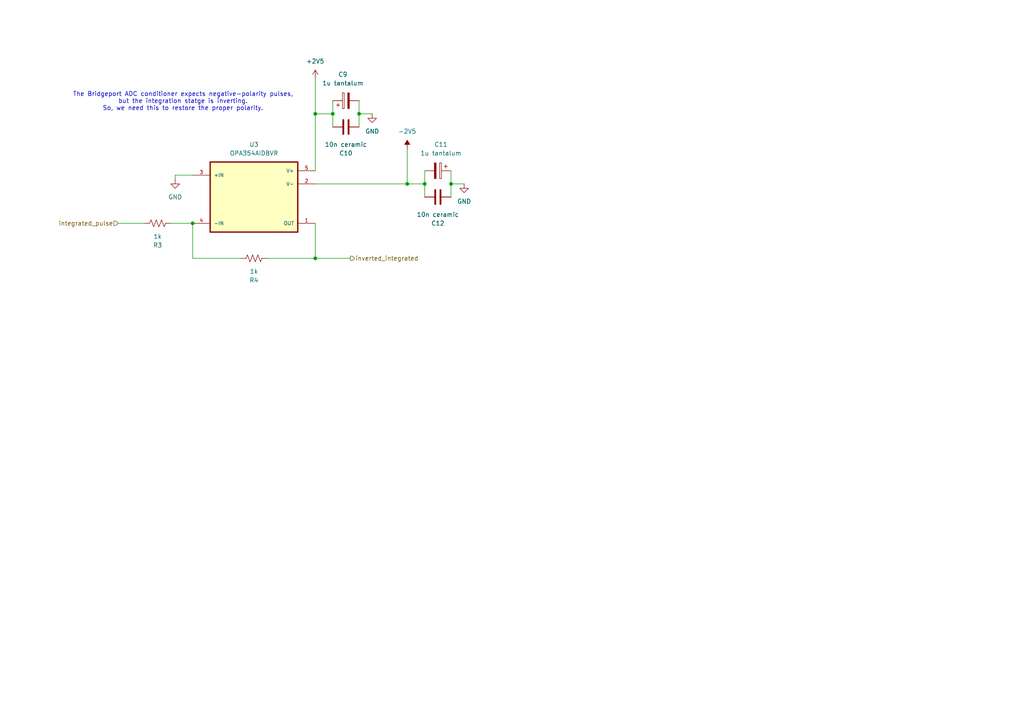
<source format=kicad_sch>
(kicad_sch (version 20231120) (generator "eeschema") (generator_version "8.0")
  (paper "A4")
  (lib_symbols
    (symbol "Device:C" (pin_numbers hide) (pin_names (offset 0.254))
      (property "Reference" "C" (at 0.635 2.54 0))
      (property "Value" "C" (at 0.635 -2.54 0))
      (symbol "C_0_1"
        (polyline (pts (xy -2.032 -0.762) (xy 2.032 -0.762)) (stroke (width 0.508)))
        (polyline (pts (xy -2.032 0.762) (xy 2.032 0.762)) (stroke (width 0.508)))
      )
      (symbol "C_1_1"
        (pin passive line (at 0 3.81 270) (length 2.794) (name "~") (number "1"))
        (pin passive line (at 0 -3.81 90) (length 2.794) (name "~") (number "2"))
      )
    )
    (symbol "Device:C_Polarized" (pin_numbers hide) (pin_names (offset 0.254))
      (property "Reference" "C" (at 0.635 2.54 0))
      (property "Value" "C_Polarized" (at 0.635 -2.54 0))
      (symbol "C_Polarized_0_1"
        (rectangle (start -2.286 0.508) (end 2.286 1.016))
        (polyline (pts (xy -1.778 2.286) (xy -0.762 2.286)))
        (polyline (pts (xy -1.27 2.794) (xy -1.27 1.778)))
        (rectangle (start 2.286 -0.508) (end -2.286 -1.016) (fill (type outline)))
      )
      (symbol "C_Polarized_1_1"
        (pin passive line (at 0 3.81 270) (length 2.794) (name "~") (number "1"))
        (pin passive line (at 0 -3.81 90) (length 2.794) (name "~") (number "2"))
      )
    )
    (symbol "Device:R_US" (pin_numbers hide) (pin_names (offset 0))
      (property "Reference" "R" (at 2.54 0 90))
      (property "Value" "R_US" (at -2.54 0 90))
      (symbol "R_US_0_1"
        (polyline (pts (xy 0 -2.286) (xy 0 -2.54)))
        (polyline (pts (xy 0 2.286) (xy 0 2.54)))
        (polyline (pts (xy 0 -0.762) (xy 1.016 -1.143) (xy 0 -1.524) (xy -1.016 -1.905) (xy 0 -2.286)))
        (polyline (pts (xy 0 0.762) (xy 1.016 0.381) (xy 0 0) (xy -1.016 -0.381) (xy 0 -0.762)))
        (polyline (pts (xy 0 2.286) (xy 1.016 1.905) (xy 0 1.524) (xy -1.016 1.143) (xy 0 0.762)))
      )
      (symbol "R_US_1_1"
        (pin passive line (at 0 3.81 270) (length 1.27) (name "~") (number "1"))
        (pin passive line (at 0 -3.81 90) (length 1.27) (name "~") (number "2"))
      )
    )
    (symbol "Library:OPA354AIDBVR" (pin_names (offset 1.016))
      (property "Reference" "U" (at -12.7 11.16 0))
      (property "Value" "OPA354AIDBVR" (at -12.7 -14.16 0))
      (symbol "OPA354AIDBVR_0_0"
        (rectangle (start -12.7 -10.16) (end 12.7 10.16) (stroke (width 0.41)) (fill (type background)))
        (pin output line (at 17.78 -7.62 180) (length 5.08) (name "OUT") (number "1"))
        (pin power_in line (at 17.78 3.81 180) (length 5.08) (name "V-") (number "2"))
        (pin input line (at -17.78 6.35 0) (length 5.08) (name "+IN") (number "3"))
        (pin input line (at -17.78 -7.62 0) (length 5.08) (name "-IN") (number "4"))
        (pin power_in line (at 17.78 7.62 180) (length 5.08) (name "V+") (number "5"))
      )
    )
    (symbol "power:+2V5" (power) (pin_numbers hide) (pin_names (offset 0) hide)
      (property "Value" "+2V5" (at 0 3.556 0))
      (symbol "+2V5_0_1"
        (polyline (pts (xy -0.762 1.27) (xy 0 2.54)))
        (polyline (pts (xy 0 0) (xy 0 2.54)))
        (polyline (pts (xy 0 2.54) (xy 0.762 1.27)))
      )
      (symbol "+2V5_1_1"
        (pin power_in line (at 0 0 90) (length 0) (name "~") (number "1"))
      )
    )
    (symbol "power:-2V5" (power) (pin_numbers hide) (pin_names (offset 0) hide)
      (property "Value" "-2V5" (at 0 3.556 0))
      (symbol "-2V5_0_0"
        (pin power_in line (at 0 0 90) (length 0) (name "~") (number "1"))
      )
      (symbol "-2V5_0_1"
        (polyline (pts (xy 0 0) (xy 0 1.27) (xy 0.762 1.27) (xy 0 2.54) (xy -0.762 1.27) (xy 0 1.27)) (fill (type outline)))
      )
    )
    (symbol "power:GND" (power) (pin_numbers hide) (pin_names (offset 0) hide)
      (property "Value" "GND" (at 0 -3.81 0))
      (symbol "GND_0_1"
        (polyline (pts (xy 0 0) (xy 0 -1.27) (xy 1.27 -1.27) (xy 0 -2.54) (xy -1.27 -1.27) (xy 0 -1.27)))
      )
      (symbol "GND_1_1"
        (pin power_in line (at 0 0 270) (length 0) (name "~") (number "1"))
      )
    )
  )
  (junction (at 55.88 64.77))
  (junction (at 91.44 74.93))
  (junction (at 96.52 33.02))
  (junction (at 91.44 33.02))
  (junction (at 123.19 53.34))
  (junction (at 118.11 53.34))
  (junction (at 104.14 33.02))
  (junction (at 130.81 53.34))
  (wire (pts (xy 77.47 74.93) (xy 91.44 74.93)))
  (wire (pts (xy 91.44 74.93) (xy 91.44 64.77)))
  (wire (pts (xy 130.81 53.34) (xy 130.81 57.15)))
  (wire (pts (xy 91.44 22.86) (xy 91.44 33.02)))
  (wire (pts (xy 104.14 33.02) (xy 107.95 33.02)))
  (wire (pts (xy 123.19 53.34) (xy 123.19 57.15)))
  (wire (pts (xy 104.14 33.02) (xy 104.14 36.83)))
  (wire (pts (xy 55.88 74.93) (xy 69.85 74.93)))
  (wire (pts (xy 55.88 64.77) (xy 55.88 74.93)))
  (wire (pts (xy 49.53 64.77) (xy 55.88 64.77)))
  (wire (pts (xy 123.19 53.34) (xy 118.11 53.34)))
  (wire (pts (xy 91.44 53.34) (xy 118.11 53.34)))
  (wire (pts (xy 118.11 43.18) (xy 118.11 53.34)))
  (wire (pts (xy 91.44 33.02) (xy 91.44 49.53)))
  (wire (pts (xy 91.44 74.93) (xy 101.6 74.93)))
  (wire (pts (xy 34.29 64.77) (xy 41.91 64.77)))
  (wire (pts (xy 96.52 29.21) (xy 96.52 33.02)))
  (wire (pts (xy 130.81 53.34) (xy 134.62 53.34)))
  (wire (pts (xy 123.19 49.53) (xy 123.19 53.34)))
  (wire (pts (xy 96.52 33.02) (xy 91.44 33.02)))
  (wire (pts (xy 50.8 50.8) (xy 55.88 50.8)))
  (wire (pts (xy 96.52 33.02) (xy 96.52 36.83)))
  (wire (pts (xy 104.14 29.21) (xy 104.14 33.02)))
  (wire (pts (xy 130.81 49.53) (xy 130.81 53.34)))
  (wire (pts (xy 50.8 52.07) (xy 50.8 50.8)))
  (text "The Bridgeport ADC conditioner expects negative-polarity pulses,\nbut the integration statge is inverting.\nSo, we need this to restore the proper polarity." (at 53.086 29.464 0) (effects (font (size 1.27 1.27))))
  (hierarchical_label "inverted_integrated" (shape output) (at 101.6 74.93 0))
  (hierarchical_label "integrated_pulse" (shape input) (at 34.29 64.77 180))
  (symbol (lib_id "power:GND") (at 134.62 53.34 0) (unit 1)
    (property "Reference" "#PWR023" (effects (hide yes)))
    (property "Value" "GND" (at 134.62 58.42 0))
    (property "Description" "Power symbol creates a global label with name \"GND\" , ground" (effects (hide yes)))
  )
  (symbol (lib_id "Device:C") (at 100.33 36.83 90) (mirror x) (unit 1)
    (property "Reference" "C10" (at 100.33 44.45 90))
    (property "Value" "10n ceramic" (at 100.33 41.91 90))
    (property "Footprint" "Capacitor_SMD:C_1206_3216Metric_Pad1.33x1.80mm_HandSolder" (effects (hide yes)))
    (property "Description" "Unpolarized capacitor" (effects (hide yes)))
  )
  (symbol (lib_id "power:+2V5") (at 91.44 22.86 0) (unit 1)
    (property "Reference" "#PWR020" (effects (hide yes)))
    (property "Value" "+2V5" (at 91.44 17.78 0))
    (property "Description" "Power symbol creates a global label with name \"+2V5\"" (effects (hide yes)))
  )
  (symbol (lib_id "Device:C_Polarized") (at 127 49.53 270) (unit 1)
    (property "Reference" "C11" (at 127.889 41.91 90))
    (property "Value" "1u tantalum" (at 127.889 44.45 90))
    (property "Footprint" "Capacitor_SMD:C_1206_3216Metric_Pad1.33x1.80mm_HandSolder" (effects (hide yes)))
    (property "Datasheet" "https://www.digikey.com/en/products/detail/kyocera-avx/TAJA105K035TNJ/7536106" (effects (hide yes)))
    (property "Description" "Polarized capacitor" (effects (hide yes)))
  )
  (symbol (lib_id "power:GND") (at 107.95 33.02 0) (unit 1)
    (property "Reference" "#PWR021" (effects (hide yes)))
    (property "Value" "GND" (at 107.95 38.1 0))
    (property "Description" "Power symbol creates a global label with name \"GND\" , ground" (effects (hide yes)))
  )
  (symbol (lib_id "Device:R_US") (at 73.66 74.93 270) (unit 1)
    (property "Reference" "R4" (at 73.66 81.28 90))
    (property "Value" "1k" (at 73.66 78.74 90))
    (property "Footprint" "Resistor_SMD:R_0805_2012Metric_Pad1.20x1.40mm_HandSolder" (effects (hide yes)))
    (property "Description" "Resistor, US symbol" (effects (hide yes)))
  )
  (symbol (lib_id "Library:OPA354AIDBVR") (at 73.66 57.15 0) (unit 1)
    (property "Reference" "U3" (at 73.66 41.91 0))
    (property "Value" "OPA354AIDBVR" (at 73.66 44.45 0))
    (property "Footprint" "Package_TO_SOT_SMD:SOT-23-5" (effects (hide yes)))
  )
  (symbol (lib_id "Device:C") (at 127 57.15 90) (mirror x) (unit 1)
    (property "Reference" "C12" (at 127 64.77 90))
    (property "Value" "10n ceramic" (at 127 62.23 90))
    (property "Footprint" "Capacitor_SMD:C_1206_3216Metric_Pad1.33x1.80mm_HandSolder" (effects (hide yes)))
    (property "Description" "Unpolarized capacitor" (effects (hide yes)))
  )
  (symbol (lib_id "Device:C_Polarized") (at 100.33 29.21 90) (unit 1)
    (property "Reference" "C9" (at 99.441 21.59 90))
    (property "Value" "1u tantalum" (at 99.441 24.13 90))
    (property "Footprint" "Capacitor_SMD:C_1206_3216Metric_Pad1.33x1.80mm_HandSolder" (effects (hide yes)))
    (property "Datasheet" "https://www.digikey.com/en/products/detail/kyocera-avx/TAJA105K035TNJ/7536106" (effects (hide yes)))
    (property "Description" "Polarized capacitor" (effects (hide yes)))
  )
  (symbol (lib_id "Device:R_US") (at 45.72 64.77 270) (unit 1)
    (property "Reference" "R3" (at 45.72 71.12 90))
    (property "Value" "1k" (at 45.72 68.58 90))
    (property "Footprint" "Resistor_SMD:R_0805_2012Metric_Pad1.20x1.40mm_HandSolder" (effects (hide yes)))
    (property "Description" "Resistor, US symbol" (effects (hide yes)))
  )
  (symbol (lib_id "power:-2V5") (at 118.11 43.18 0) (unit 1)
    (property "Reference" "#PWR022" (effects (hide yes)))
    (property "Value" "-2V5" (at 118.11 38.1 0))
    (property "Description" "Power symbol creates a global label with name \"-2V5\"" (effects (hide yes)))
  )
  (symbol (lib_id "power:GND") (at 50.8 52.07 0) (unit 1)
    (property "Reference" "#PWR019" (effects (hide yes)))
    (property "Value" "GND" (at 50.8 57.15 0))
    (property "Description" "Power symbol creates a global label with name \"GND\" , ground" (effects (hide yes)))
  )
)
</source>
